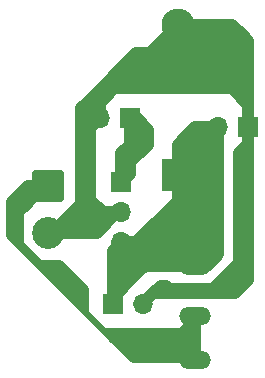
<source format=gbr>
G04 #@! TF.GenerationSoftware,KiCad,Pcbnew,7.0.2-0*
G04 #@! TF.CreationDate,2023-07-23T18:48:44+09:00*
G04 #@! TF.ProjectId,power_board1,706f7765-725f-4626-9f61-7264312e6b69,rev?*
G04 #@! TF.SameCoordinates,Original*
G04 #@! TF.FileFunction,Copper,L1,Top*
G04 #@! TF.FilePolarity,Positive*
%FSLAX46Y46*%
G04 Gerber Fmt 4.6, Leading zero omitted, Abs format (unit mm)*
G04 Created by KiCad (PCBNEW 7.0.2-0) date 2023-07-23 18:48:44*
%MOMM*%
%LPD*%
G01*
G04 APERTURE LIST*
G04 Aperture macros list*
%AMRoundRect*
0 Rectangle with rounded corners*
0 $1 Rounding radius*
0 $2 $3 $4 $5 $6 $7 $8 $9 X,Y pos of 4 corners*
0 Add a 4 corners polygon primitive as box body*
4,1,4,$2,$3,$4,$5,$6,$7,$8,$9,$2,$3,0*
0 Add four circle primitives for the rounded corners*
1,1,$1+$1,$2,$3*
1,1,$1+$1,$4,$5*
1,1,$1+$1,$6,$7*
1,1,$1+$1,$8,$9*
0 Add four rect primitives between the rounded corners*
20,1,$1+$1,$2,$3,$4,$5,0*
20,1,$1+$1,$4,$5,$6,$7,0*
20,1,$1+$1,$6,$7,$8,$9,0*
20,1,$1+$1,$8,$9,$2,$3,0*%
G04 Aperture macros list end*
G04 #@! TA.AperFunction,ComponentPad*
%ADD10R,2.800000X2.800000*%
G04 #@! TD*
G04 #@! TA.AperFunction,ComponentPad*
%ADD11O,2.800000X2.800000*%
G04 #@! TD*
G04 #@! TA.AperFunction,ComponentPad*
%ADD12R,1.700000X1.700000*%
G04 #@! TD*
G04 #@! TA.AperFunction,ComponentPad*
%ADD13O,1.700000X1.700000*%
G04 #@! TD*
G04 #@! TA.AperFunction,ComponentPad*
%ADD14O,2.700000X1.500000*%
G04 #@! TD*
G04 #@! TA.AperFunction,ComponentPad*
%ADD15RoundRect,0.250001X-1.099999X1.099999X-1.099999X-1.099999X1.099999X-1.099999X1.099999X1.099999X0*%
G04 #@! TD*
G04 #@! TA.AperFunction,ComponentPad*
%ADD16C,2.700000*%
G04 #@! TD*
G04 #@! TA.AperFunction,Conductor*
%ADD17C,0.500000*%
G04 #@! TD*
G04 #@! TA.AperFunction,Conductor*
%ADD18C,1.000000*%
G04 #@! TD*
G04 APERTURE END LIST*
D10*
X164750000Y-96850000D03*
D11*
X164750000Y-84150000D03*
D12*
X159250000Y-107725000D03*
D13*
X161790000Y-107725000D03*
D12*
X160000000Y-97460000D03*
D13*
X160000000Y-100000000D03*
X160000000Y-102540000D03*
D12*
X160750000Y-92025000D03*
D13*
X158210000Y-92025000D03*
D12*
X170750000Y-92750000D03*
D13*
X168210000Y-92750000D03*
D14*
X166250000Y-112500000D03*
X166250000Y-108800000D03*
X166250000Y-104500000D03*
X166250000Y-100800000D03*
D15*
X153800000Y-97742500D03*
D16*
X153800000Y-101702500D03*
D17*
X162250000Y-111261028D02*
X165738972Y-111261028D01*
X163500000Y-110750000D02*
X163250000Y-110750000D01*
X160238972Y-111761028D02*
X160613972Y-112136028D01*
X158988972Y-110511028D02*
X159238972Y-110761028D01*
X153800000Y-97742500D02*
X151500000Y-100042500D01*
X151500000Y-103022056D02*
X152738972Y-104261028D01*
X162500000Y-112500000D02*
X162500000Y-112261028D01*
X161750000Y-110750000D02*
X164250000Y-110750000D01*
X162500000Y-112500000D02*
X163000000Y-112500000D01*
X164250000Y-112500000D02*
X164750000Y-112500000D01*
X162250000Y-111261028D02*
X162250000Y-110750000D01*
X161000000Y-111761028D02*
X161500000Y-111761028D01*
X151500000Y-102655192D02*
X151500000Y-102250000D01*
X162000000Y-112500000D02*
X162000000Y-112261028D01*
X156988972Y-108000000D02*
X156988972Y-107500000D01*
X161500000Y-112500000D02*
X162000000Y-112500000D01*
X160750000Y-111261028D02*
X161250000Y-111261028D01*
X165000000Y-110750000D02*
X163500000Y-110750000D01*
X151187500Y-102562500D02*
X151187500Y-99750000D01*
X160250000Y-111261028D02*
X160750000Y-111261028D01*
X164000000Y-111261028D02*
X164000000Y-111250000D01*
X163000000Y-111761028D02*
X163500000Y-111761028D01*
X150875000Y-99250000D02*
X150875000Y-98625000D01*
X160250000Y-110750000D02*
X161000000Y-110750000D01*
X163750000Y-112261028D02*
X164250000Y-111761028D01*
X161500000Y-111761028D02*
X162000000Y-111761028D01*
X160613972Y-112136028D02*
X160863972Y-112386028D01*
D18*
X166250000Y-110250000D02*
X166250000Y-110750000D01*
D17*
X161250000Y-111000000D02*
X161000000Y-110750000D01*
D18*
X166250000Y-108800000D02*
X166250000Y-109500000D01*
D17*
X156988972Y-107000000D02*
X156988972Y-106488972D01*
X164750000Y-112500000D02*
X164750000Y-112261028D01*
X162000000Y-110250000D02*
X159750000Y-110250000D01*
X163250000Y-111261028D02*
X164000000Y-111261028D01*
X153557500Y-97500000D02*
X152000000Y-97500000D01*
X159750000Y-110250000D02*
X159238972Y-110761028D01*
X151187500Y-98937500D02*
X150875000Y-99250000D01*
X164250000Y-110750000D02*
X165000000Y-110750000D01*
X151500000Y-100042500D02*
X151500000Y-102250000D01*
X152242500Y-97882500D02*
X151812500Y-98312500D01*
X152042500Y-99500000D02*
X152396250Y-99146250D01*
X151812500Y-99270000D02*
X151812500Y-98312500D01*
X151437500Y-98687500D02*
X151437500Y-99187500D01*
X164000000Y-111261028D02*
X164488972Y-111261028D01*
X156988972Y-108511028D02*
X156988972Y-108000000D01*
X159738972Y-111261028D02*
X160238972Y-111761028D01*
X164750000Y-112261028D02*
X165250000Y-111761028D01*
X164250000Y-112500000D02*
X164250000Y-112261028D01*
X160238972Y-111761028D02*
X161000000Y-111761028D01*
X160250000Y-111261028D02*
X160250000Y-110750000D01*
X165250000Y-111761028D02*
X165988972Y-111761028D01*
X162750000Y-111261028D02*
X163250000Y-111261028D01*
X158488972Y-110011028D02*
X158988972Y-110511028D01*
X158488972Y-110011028D02*
X165038972Y-110011028D01*
X160863972Y-112386028D02*
X161488972Y-111761028D01*
X151437500Y-99187500D02*
X151750000Y-99500000D01*
X152000000Y-97500000D02*
X150875000Y-98625000D01*
X164988972Y-111261028D02*
X164761028Y-111261028D01*
X158988972Y-110511028D02*
X159250000Y-110250000D01*
X150863972Y-102386028D02*
X151113972Y-102636028D01*
X162000000Y-112261028D02*
X162500000Y-111761028D01*
X161250000Y-111261028D02*
X162000000Y-111261028D01*
X151500000Y-102250000D02*
X151500000Y-103022056D01*
X160977944Y-112500000D02*
X161500000Y-112500000D01*
X153250000Y-104261028D02*
X152738972Y-104261028D01*
X153750000Y-104261028D02*
X156988972Y-107500000D01*
D18*
X166250000Y-109500000D02*
X166250000Y-110250000D01*
D17*
X162500000Y-112261028D02*
X163000000Y-111761028D01*
X152242500Y-97742500D02*
X152000000Y-97500000D01*
X159738972Y-111261028D02*
X160250000Y-111261028D01*
X153105836Y-104261028D02*
X151500000Y-102655192D01*
X162000000Y-112500000D02*
X162500000Y-112500000D01*
X152242500Y-98992500D02*
X152242500Y-97882500D01*
X162000000Y-111261028D02*
X162000000Y-110250000D01*
X165738972Y-110988972D02*
X165738972Y-111261028D01*
D18*
X166250000Y-110750000D02*
X166250000Y-111500000D01*
D17*
X161500000Y-112261028D02*
X162000000Y-111761028D01*
X151187500Y-99750000D02*
X151187500Y-99500000D01*
X163750000Y-112500000D02*
X163750000Y-112261028D01*
X165500000Y-110750000D02*
X166250000Y-110750000D01*
X160988972Y-111761028D02*
X161000000Y-111761028D01*
X150863972Y-102386028D02*
X150875000Y-102375000D01*
X160863972Y-112386028D02*
X160977944Y-112500000D01*
X160613972Y-112136028D02*
X160988972Y-111761028D01*
X164761028Y-111261028D02*
X164250000Y-110750000D01*
X154761028Y-104261028D02*
X153500000Y-104261028D01*
X153500000Y-104261028D02*
X153250000Y-104261028D01*
X163500000Y-112500000D02*
X163500000Y-111761028D01*
X161250000Y-111261028D02*
X161250000Y-111000000D01*
X164000000Y-111000000D02*
X164250000Y-110750000D01*
X151812500Y-98312500D02*
X151437500Y-98687500D01*
X163500000Y-112500000D02*
X163750000Y-112500000D01*
X161488972Y-111761028D02*
X161500000Y-111761028D01*
X159238972Y-110761028D02*
X159250000Y-110750000D01*
X166250000Y-110250000D02*
X162000000Y-110250000D01*
X163750000Y-112500000D02*
X164250000Y-112500000D01*
X153800000Y-97742500D02*
X152242500Y-97742500D01*
X162750000Y-110750000D02*
X162250000Y-110750000D01*
X151187500Y-99500000D02*
X151750000Y-99500000D01*
X150500000Y-99000000D02*
X150500000Y-102022056D01*
X162250000Y-110750000D02*
X161761028Y-110750000D01*
X165738972Y-110011028D02*
X166250000Y-109500000D01*
X164988972Y-111261028D02*
X165500000Y-110750000D01*
X158488972Y-110011028D02*
X165738972Y-110011028D01*
X151113972Y-102636028D02*
X151187500Y-102562500D01*
X165738972Y-111261028D02*
X166250000Y-110750000D01*
X152738972Y-104261028D02*
X156988972Y-108511028D01*
X165038972Y-110011028D02*
X166250000Y-108800000D01*
X151750000Y-99500000D02*
X152042500Y-99500000D01*
X165500000Y-110750000D02*
X165738972Y-110988972D01*
X151437500Y-98687500D02*
X151187500Y-98937500D01*
X150875000Y-102375000D02*
X150875000Y-99250000D01*
X152242500Y-97742500D02*
X152242500Y-97882500D01*
X153250000Y-104261028D02*
X154250000Y-104261028D01*
X165988972Y-111761028D02*
X166250000Y-111500000D01*
X161500000Y-112500000D02*
X161500000Y-112261028D01*
X163000000Y-112500000D02*
X163500000Y-112500000D01*
X156988972Y-106488972D02*
X154761028Y-104261028D01*
X160750000Y-111000000D02*
X161000000Y-110750000D01*
X159250000Y-110250000D02*
X166250000Y-110250000D01*
X160750000Y-111261028D02*
X160750000Y-111000000D01*
X153250000Y-104261028D02*
X156988972Y-108000000D01*
X152396250Y-99146250D02*
X152242500Y-98992500D01*
X151113972Y-102636028D02*
X151500000Y-103022056D01*
X163500000Y-111761028D02*
X164250000Y-111761028D01*
X151187500Y-99500000D02*
X151187500Y-98937500D01*
X153250000Y-104261028D02*
X153105836Y-104261028D01*
X164750000Y-111761028D02*
X165250000Y-111761028D01*
X162500000Y-111761028D02*
X163000000Y-111761028D01*
X161761028Y-110750000D02*
X161250000Y-111261028D01*
X165000000Y-110750000D02*
X165500000Y-110750000D01*
X151792500Y-99750000D02*
X153800000Y-97742500D01*
X162750000Y-111261028D02*
X162750000Y-110750000D01*
X163000000Y-112500000D02*
X163000000Y-112261028D01*
X164750000Y-112500000D02*
X166250000Y-112500000D01*
X164000000Y-111261028D02*
X164000000Y-111000000D01*
X162000000Y-111761028D02*
X162500000Y-111761028D01*
X156988972Y-107500000D02*
X156988972Y-107000000D01*
X150875000Y-98625000D02*
X150500000Y-99000000D01*
X163250000Y-111261028D02*
X164988972Y-111261028D01*
X156988972Y-108511028D02*
X158488972Y-110011028D01*
D18*
X166250000Y-111500000D02*
X166250000Y-112500000D01*
D17*
X163250000Y-111261028D02*
X163250000Y-110750000D01*
X152396250Y-99146250D02*
X153800000Y-97742500D01*
X164250000Y-112261028D02*
X164750000Y-111761028D01*
X153500000Y-104261028D02*
X153750000Y-104261028D01*
X152042500Y-99500000D02*
X151812500Y-99270000D01*
X159238972Y-110761028D02*
X159738972Y-111261028D01*
X160750000Y-111261028D02*
X162750000Y-111261028D01*
X159738972Y-111261028D02*
X160250000Y-110750000D01*
X159250000Y-110750000D02*
X161750000Y-110750000D01*
X151187500Y-99750000D02*
X151792500Y-99750000D01*
X164250000Y-111761028D02*
X164750000Y-111761028D01*
X153800000Y-97742500D02*
X153557500Y-97500000D01*
X163000000Y-112261028D02*
X163500000Y-111761028D01*
X150500000Y-102022056D02*
X150863972Y-102386028D01*
X164000000Y-111250000D02*
X163500000Y-110750000D01*
X154250000Y-104261028D02*
X156988972Y-107000000D01*
X162000000Y-111261028D02*
X162250000Y-111261028D01*
X163250000Y-110750000D02*
X162750000Y-110750000D01*
X161000000Y-110750000D02*
X161750000Y-110750000D01*
X164488972Y-111261028D02*
X165000000Y-110750000D01*
D18*
X170750000Y-105750000D02*
X170750000Y-104750000D01*
X163075000Y-85825000D02*
X163250000Y-86000000D01*
X158440000Y-100500000D02*
X156911688Y-100500000D01*
X164000000Y-106450000D02*
X167800000Y-106450000D01*
X157411688Y-100000000D02*
X160000000Y-100000000D01*
X157945431Y-101695431D02*
X156955844Y-100705844D01*
X170250000Y-85000000D02*
X164750000Y-85000000D01*
X157938362Y-101702500D02*
X157250000Y-101702500D01*
X158440000Y-101200862D02*
X157938362Y-101702500D01*
X167400000Y-106850000D02*
X168750000Y-106850000D01*
X163750000Y-86000000D02*
X170000000Y-86000000D01*
X170750000Y-86750000D02*
X170750000Y-86000000D01*
X170750000Y-89500000D02*
X170750000Y-89000000D01*
X161450000Y-87450000D02*
X170700000Y-87450000D01*
X170750000Y-92750000D02*
X170750000Y-89500000D01*
X159825000Y-89075000D02*
X158210000Y-90690000D01*
X162400000Y-86500000D02*
X163075000Y-85825000D01*
X163750000Y-106200000D02*
X164000000Y-106450000D01*
X169910000Y-104340000D02*
X169875000Y-104375000D01*
X163075000Y-85825000D02*
X164750000Y-84150000D01*
X157360000Y-92875000D02*
X157360000Y-96000000D01*
X164750000Y-84150000D02*
X161450000Y-87450000D01*
X170750000Y-104850000D02*
X168750000Y-106850000D01*
X156580844Y-99250000D02*
X154128344Y-101702500D01*
X169910000Y-95000000D02*
X169910000Y-104340000D01*
X154128344Y-101702500D02*
X153800000Y-101702500D01*
X167750000Y-89500000D02*
X170750000Y-89500000D01*
X164750000Y-85000000D02*
X163750000Y-86000000D01*
X170750000Y-86000000D02*
X170750000Y-85500000D01*
X159825000Y-89075000D02*
X160250000Y-89500000D01*
X160250000Y-89500000D02*
X160750000Y-89500000D01*
X168500000Y-105750000D02*
X169875000Y-104375000D01*
X159900000Y-89000000D02*
X170750000Y-89000000D01*
X170750000Y-88250000D02*
X170750000Y-87500000D01*
X158440000Y-100000000D02*
X158440000Y-100500000D01*
X170750000Y-89000000D02*
X170750000Y-88250000D01*
X170750000Y-94160000D02*
X169910000Y-95000000D01*
X156580844Y-100250000D02*
X156580844Y-99250000D01*
X160650000Y-88250000D02*
X170750000Y-88250000D01*
D17*
X158250000Y-92025000D02*
X158200000Y-92075000D01*
D18*
X167800000Y-106450000D02*
X168500000Y-105750000D01*
X156580844Y-100830844D02*
X156705844Y-100705844D01*
X170750000Y-104750000D02*
X170750000Y-104850000D01*
X156911688Y-100500000D02*
X156705844Y-100705844D01*
X156705844Y-100705844D02*
X157411688Y-100000000D01*
X157060000Y-90690000D02*
X158210000Y-90690000D01*
X156580844Y-99250000D02*
X156580844Y-93654156D01*
X170750000Y-90900000D02*
X169350000Y-89500000D01*
X169875000Y-104375000D02*
X170750000Y-103500000D01*
X161250000Y-86500000D02*
X162400000Y-86500000D01*
X162665000Y-106850000D02*
X163315000Y-106200000D01*
X157945431Y-101695431D02*
X157938362Y-101702500D01*
X157360000Y-91390000D02*
X157360000Y-92875000D01*
X155250000Y-101702500D02*
X155709188Y-101702500D01*
X156955844Y-100705844D02*
X156705844Y-100705844D01*
X156580844Y-100250000D02*
X156580844Y-100371656D01*
X162665000Y-106850000D02*
X167400000Y-106850000D01*
X163250000Y-86000000D02*
X163750000Y-86000000D01*
X158440000Y-100500000D02*
X158440000Y-101200862D01*
X158210000Y-92025000D02*
X157360000Y-92875000D01*
X157250000Y-101702500D02*
X155709188Y-101702500D01*
X170000000Y-86000000D02*
X170750000Y-86000000D01*
X169400000Y-84150000D02*
X164750000Y-84150000D01*
X170750000Y-104750000D02*
X170750000Y-103500000D01*
X161790000Y-107725000D02*
X162665000Y-106850000D01*
X167400000Y-106850000D02*
X168500000Y-105750000D01*
X156580844Y-93654156D02*
X157360000Y-92875000D01*
X170750000Y-92750000D02*
X170750000Y-94160000D01*
X156580844Y-100830844D02*
X156580844Y-100250000D01*
X169350000Y-89500000D02*
X167750000Y-89500000D01*
X157360000Y-96000000D02*
X157360000Y-99948312D01*
X170750000Y-85500000D02*
X170250000Y-85000000D01*
X159400000Y-89500000D02*
X160750000Y-89500000D01*
X163315000Y-106200000D02*
X163750000Y-106200000D01*
X161450000Y-87450000D02*
X160450000Y-88450000D01*
X170250000Y-85000000D02*
X169400000Y-84150000D01*
X158210000Y-90690000D02*
X158210000Y-92025000D01*
X157060000Y-90690000D02*
X161250000Y-86500000D01*
X162650000Y-86750000D02*
X170750000Y-86750000D01*
X168750000Y-106850000D02*
X169650000Y-106850000D01*
X153800000Y-101702500D02*
X155250000Y-101702500D01*
X156580844Y-93654156D02*
X156580844Y-91169156D01*
X157360000Y-99948312D02*
X157411688Y-100000000D01*
X160450000Y-88450000D02*
X160650000Y-88250000D01*
X159825000Y-89075000D02*
X159900000Y-89000000D01*
X157060000Y-90875000D02*
X157467500Y-91282500D01*
X170750000Y-87500000D02*
X170750000Y-86750000D01*
X157360000Y-98920000D02*
X157360000Y-96000000D01*
X158440000Y-100512500D02*
X157250000Y-101702500D01*
X160000000Y-100000000D02*
X159640862Y-100000000D01*
X170750000Y-103500000D02*
X170750000Y-92750000D01*
X170750000Y-92750000D02*
X170750000Y-90900000D01*
X170700000Y-87450000D02*
X170750000Y-87500000D01*
X156580844Y-91169156D02*
X157060000Y-90690000D01*
X160450000Y-88450000D02*
X159825000Y-89075000D01*
X156580844Y-100371656D02*
X155250000Y-101702500D01*
X159640862Y-100000000D02*
X157945431Y-101695431D01*
D17*
X161800000Y-107675000D02*
X161750000Y-107725000D01*
D18*
X160000000Y-100000000D02*
X158440000Y-100000000D01*
X162400000Y-86500000D02*
X162650000Y-86750000D01*
X160750000Y-89500000D02*
X167750000Y-89500000D01*
X158440000Y-100000000D02*
X157360000Y-98920000D01*
X157467500Y-91282500D02*
X158210000Y-92025000D01*
X158210000Y-90690000D02*
X159400000Y-89500000D01*
X168150000Y-84150000D02*
X170000000Y-86000000D01*
X157467500Y-91282500D02*
X157360000Y-91390000D01*
X164750000Y-84150000D02*
X168150000Y-84150000D01*
X158440000Y-100500000D02*
X158440000Y-100512500D01*
X169650000Y-106850000D02*
X170750000Y-105750000D01*
X155709188Y-101702500D02*
X156580844Y-100830844D01*
X157060000Y-90690000D02*
X157060000Y-90875000D01*
X164750000Y-96850000D02*
X164750000Y-99300000D01*
X164750000Y-94750000D02*
X164855000Y-94855000D01*
X164750000Y-99300000D02*
X165225000Y-99775000D01*
X164750000Y-94250000D02*
X165375000Y-93625000D01*
X164750000Y-98992081D02*
X166000000Y-98992081D01*
X166250000Y-103250000D02*
X165000000Y-103250000D01*
X166250000Y-104500000D02*
X165000000Y-103250000D01*
X167275000Y-102500000D02*
X166250000Y-102500000D01*
X164750000Y-98992081D02*
X164750000Y-96850000D01*
X159250000Y-105750000D02*
X159250000Y-104750000D01*
X166250000Y-92750000D02*
X166750000Y-92750000D01*
X165225000Y-95735000D02*
X166105000Y-94855000D01*
X164750000Y-96850000D02*
X164750000Y-96210000D01*
X167492081Y-94992081D02*
X166730000Y-94230000D01*
X168000000Y-103750000D02*
X167250000Y-104500000D01*
X164000000Y-101750000D02*
X164000000Y-101000000D01*
X168210000Y-92750000D02*
X168210000Y-93390000D01*
X166250000Y-100800000D02*
X165275000Y-101775000D01*
X166375000Y-93125000D02*
X167105000Y-93855000D01*
X159250000Y-104750000D02*
X159250000Y-103290000D01*
X167275000Y-102500000D02*
X167275000Y-99775000D01*
X164000000Y-103250000D02*
X164000000Y-104000000D01*
X166250000Y-101750000D02*
X165300000Y-101750000D01*
X167050000Y-103250000D02*
X167050000Y-103700000D01*
X167250000Y-104500000D02*
X166250000Y-104500000D01*
X161960000Y-104500000D02*
X160000000Y-102540000D01*
X166730000Y-94230000D02*
X167105000Y-93855000D01*
X166250000Y-100800000D02*
X166250000Y-101750000D01*
X168210000Y-103540000D02*
X168000000Y-103750000D01*
X166250000Y-104500000D02*
X166250000Y-103250000D01*
X165275000Y-101775000D02*
X165025000Y-102025000D01*
X166250000Y-103250000D02*
X167050000Y-103250000D01*
X165025000Y-102025000D02*
X164510000Y-102540000D01*
X164750000Y-96210000D02*
X166105000Y-94855000D01*
X165225000Y-99775000D02*
X167275000Y-99775000D01*
X160000000Y-102540000D02*
X161202081Y-102540000D01*
X167492081Y-98992081D02*
X167775000Y-99275000D01*
X167525000Y-99525000D02*
X166250000Y-100800000D01*
X160730000Y-103270000D02*
X161125000Y-102875000D01*
X166200000Y-100750000D02*
X166250000Y-100800000D01*
X165225000Y-99775000D02*
X165225000Y-95735000D01*
X161480000Y-104020000D02*
X161480000Y-104980000D01*
X160710000Y-105750000D02*
X161480000Y-104980000D01*
X164250000Y-100750000D02*
X165225000Y-99775000D01*
X163750000Y-104500000D02*
X162750000Y-104500000D01*
X168210000Y-98840000D02*
X167775000Y-99275000D01*
X162250000Y-102750000D02*
X164250000Y-100750000D01*
X165625000Y-93625000D02*
X166480000Y-94480000D01*
X161480000Y-104980000D02*
X161960000Y-104500000D01*
X159250000Y-107210000D02*
X161230000Y-105230000D01*
X160750000Y-104750000D02*
X161230000Y-105230000D01*
X165300000Y-101750000D02*
X166250000Y-100800000D01*
X164000000Y-103250000D02*
X163000000Y-103250000D01*
X166480000Y-94480000D02*
X166730000Y-94230000D01*
X166105000Y-94855000D02*
X166750000Y-95500000D01*
X166750000Y-98992081D02*
X167492081Y-98992081D01*
X165875000Y-93125000D02*
X166375000Y-93125000D01*
X165225000Y-99775000D02*
X166250000Y-100800000D01*
X164855000Y-94855000D02*
X166105000Y-94855000D01*
X159980000Y-104020000D02*
X160000000Y-104000000D01*
X164000000Y-101750000D02*
X165300000Y-101750000D01*
X166105000Y-94855000D02*
X166480000Y-94480000D01*
X160710000Y-104750000D02*
X160750000Y-104750000D01*
X168000000Y-103750000D02*
X167275000Y-103025000D01*
X165000000Y-103250000D02*
X165000000Y-104500000D01*
X164750000Y-96850000D02*
X164750000Y-94750000D01*
X166250000Y-102500000D02*
X166250000Y-104500000D01*
X160730000Y-103270000D02*
X161480000Y-104020000D01*
X166250000Y-104500000D02*
X165000000Y-104500000D01*
X160000000Y-104000000D02*
X160000000Y-102540000D01*
X159980000Y-104020000D02*
X160710000Y-104750000D01*
X159250000Y-103290000D02*
X160000000Y-102540000D01*
X167105000Y-93855000D02*
X168210000Y-92750000D01*
X165875000Y-102875000D02*
X165025000Y-102025000D01*
X166250000Y-101750000D02*
X166250000Y-102500000D01*
X165000000Y-104500000D02*
X164500000Y-104500000D01*
X162250000Y-103250000D02*
X161875000Y-103625000D01*
X164750000Y-94750000D02*
X166750000Y-92750000D01*
X165375000Y-93625000D02*
X165625000Y-93625000D01*
X166000000Y-94960000D02*
X166105000Y-94855000D01*
X159250000Y-103290000D02*
X159980000Y-104020000D01*
X165875000Y-93125000D02*
X166250000Y-92750000D01*
X167275000Y-99775000D02*
X167525000Y-99525000D01*
X166250000Y-101475000D02*
X167275000Y-102500000D01*
X164000000Y-102540000D02*
X164000000Y-101750000D01*
X165375000Y-93625000D02*
X165875000Y-93125000D01*
X166750000Y-92750000D02*
X168210000Y-92750000D01*
X167275000Y-103025000D02*
X167275000Y-102500000D01*
X164750000Y-96850000D02*
X164750000Y-94250000D01*
X166250000Y-103250000D02*
X165875000Y-102875000D01*
X167050000Y-103700000D02*
X166250000Y-104500000D01*
X159250000Y-107725000D02*
X159250000Y-107210000D01*
X167775000Y-99275000D02*
X167525000Y-99525000D01*
X166000000Y-98992081D02*
X166000000Y-94960000D01*
X166000000Y-98992081D02*
X166750000Y-98992081D01*
X166250000Y-100800000D02*
X166250000Y-101475000D01*
X167050000Y-103250000D02*
X167275000Y-103025000D01*
X168210000Y-92750000D02*
X168210000Y-98840000D01*
X168210000Y-93390000D02*
X164750000Y-96850000D01*
X165300000Y-101750000D02*
X165275000Y-101775000D01*
X164000000Y-102540000D02*
X160000000Y-102540000D01*
X164500000Y-104500000D02*
X163750000Y-104500000D01*
X168210000Y-98840000D02*
X168210000Y-103540000D01*
X164000000Y-101000000D02*
X164250000Y-100750000D01*
X162250000Y-103250000D02*
X162250000Y-102750000D01*
X164250000Y-100750000D02*
X166200000Y-100750000D01*
X159250000Y-107725000D02*
X159250000Y-105750000D01*
X163000000Y-103250000D02*
X163000000Y-103750000D01*
X160000000Y-102540000D02*
X160730000Y-103270000D01*
X159250000Y-104750000D02*
X160750000Y-104750000D01*
X161875000Y-103625000D02*
X161480000Y-104020000D01*
X161202081Y-102540000D02*
X164750000Y-98992081D01*
X160750000Y-104750000D02*
X160730000Y-104730000D01*
X161230000Y-105230000D02*
X161480000Y-104980000D01*
X165000000Y-103250000D02*
X164000000Y-103250000D01*
X164000000Y-104000000D02*
X164500000Y-104500000D01*
X166250000Y-104500000D02*
X161960000Y-104500000D01*
X166750000Y-95500000D02*
X166750000Y-98992081D01*
X162750000Y-104500000D02*
X161875000Y-103625000D01*
X163000000Y-103250000D02*
X162250000Y-103250000D01*
X160730000Y-104730000D02*
X160730000Y-103270000D01*
X161125000Y-102875000D02*
X165875000Y-102875000D01*
X163000000Y-103750000D02*
X163750000Y-104500000D01*
X159250000Y-105750000D02*
X160710000Y-105750000D01*
X164510000Y-102540000D02*
X164000000Y-102540000D01*
X167492081Y-98992081D02*
X167492081Y-94992081D01*
X161750000Y-93500000D02*
X161750000Y-93025000D01*
X160750000Y-95750000D02*
X160750000Y-96710000D01*
X160750000Y-94250000D02*
X160750000Y-92025000D01*
X161750000Y-93500000D02*
X160750000Y-94500000D01*
X160750000Y-96710000D02*
X160750000Y-94250000D01*
X160750000Y-94500000D02*
X160750000Y-95750000D01*
X160000000Y-97460000D02*
X160000000Y-95000000D01*
X160000000Y-95000000D02*
X160750000Y-94250000D01*
X162250000Y-94250000D02*
X160750000Y-95750000D01*
X160750000Y-92025000D02*
X161275000Y-92025000D01*
X162250000Y-93000000D02*
X162250000Y-94250000D01*
X161275000Y-92025000D02*
X162250000Y-93000000D01*
X161750000Y-93025000D02*
X160750000Y-92025000D01*
X162250000Y-93000000D02*
X161750000Y-93500000D01*
X160000000Y-97460000D02*
X160750000Y-96710000D01*
M02*

</source>
